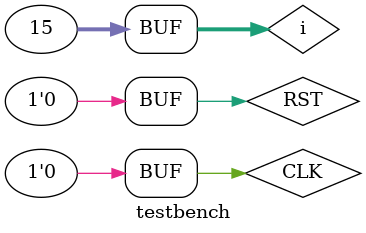
<source format=v>
`timescale 1ns / 1ps
`include "SANG_DAN_TAT_HET.v"

module testbench;
	reg CLK;
	reg RST;
	wire [7:0] Q;
	reg [31:0] i;
	SANGDAN_TATHET uut (
		.CLK(CLK), 
		.RST(RST), 
		.Q(Q)
	);
	initial begin
		CLK = 0;
		RST = 0;
		#10;
		RST = 1; 
		for( i = 0; i < 15; i = i +  1) begin  #5 CLK = ~CLK;  #5 CLK = ~CLK; end
		RST = 0; 
		for( i = 0; i < 15; i = i +  1) begin  #5 CLK = ~CLK;  #5 CLK = ~CLK; end
		for( i = 0; i < 15; i = i +  1) begin  #5 CLK = ~CLK;  #5 CLK = ~CLK; end

	end
      
endmodule


</source>
